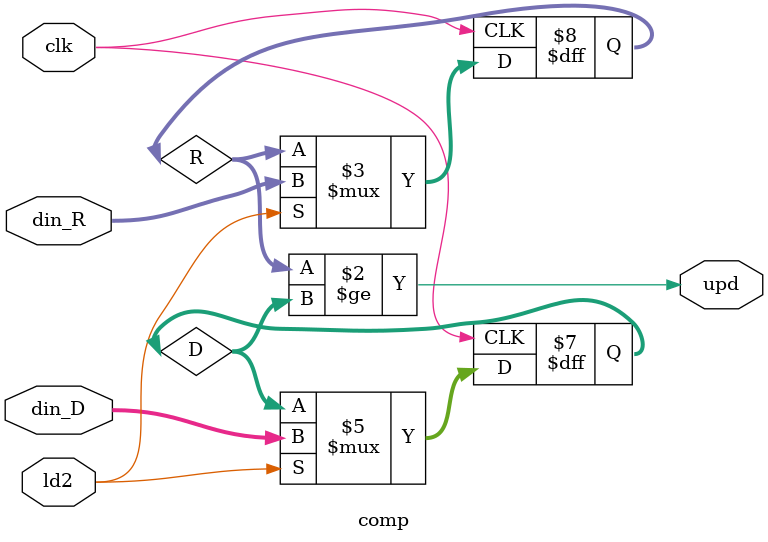
<source format=v>
`timescale 1ns / 1ps
module comp(upd, din_D, din_R, ld2, clk);
	output upd;
	input [7:0] din_D, din_R;
	input ld2, clk;
	
	reg [7:0] D, R, t;
	
	always @(negedge clk) 
		begin 
			if(ld2)
				begin
					D <= din_D;
					R <= din_R;
				end
		end
	
	assign upd = (R >= D);
	
	
endmodule

</source>
